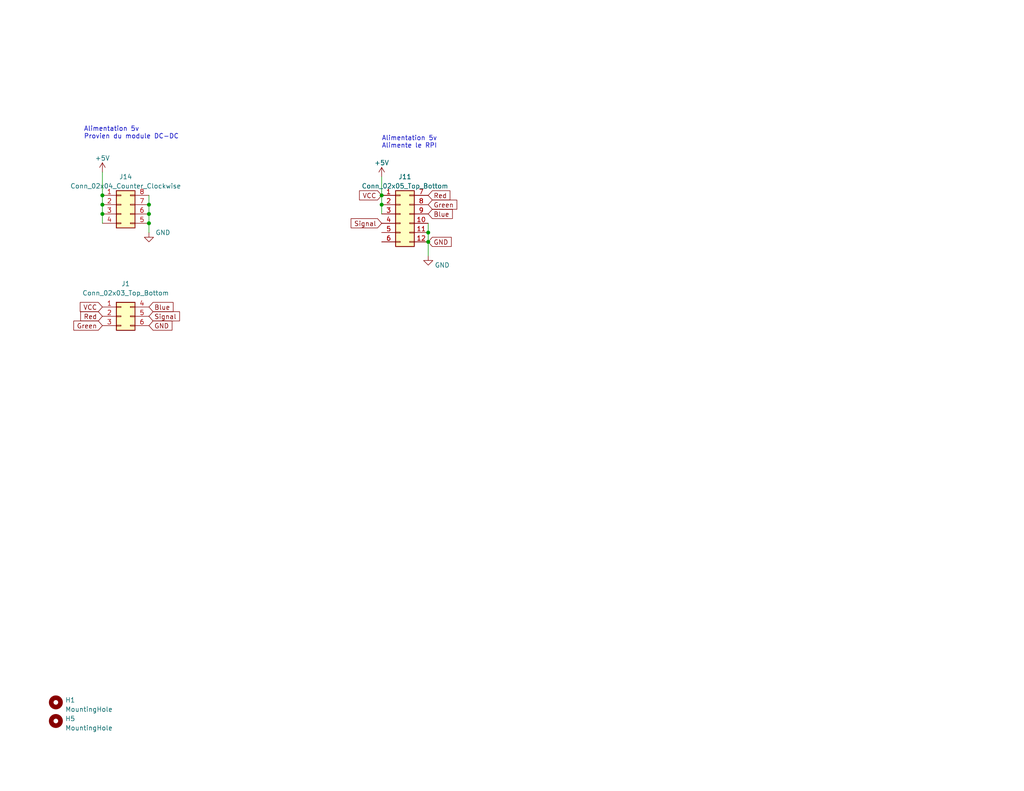
<source format=kicad_sch>
(kicad_sch (version 20231120) (generator "eeschema") (generator_version "8.0")
  (paper "USLetter")
  (title_block (title "HydroB.") (date "2023-05-18") (rev "0.3") (company "Cidco"))
  (lib_symbols
    (symbol "Connector_Generic:Conn_02x03_Top_Bottom" (pin_names (offset 1.016) hide)
      (property "Reference" "J" (at 1.27 5.08 0))
      (property "Value" "Conn_02x03_Top_Bottom" (at 1.27 -5.08 0))
      (symbol "Conn_02x03_Top_Bottom_1_1"
        (rectangle (start -1.27 -2.413) (end 0 -2.667) (stroke (width 0.1524)))
        (rectangle (start -1.27 0.127) (end 0 -0.127) (stroke (width 0.1524)))
        (rectangle (start -1.27 2.667) (end 0 2.413) (stroke (width 0.1524)))
        (rectangle (start -1.27 3.81) (end 3.81 -3.81) (stroke (width 0.254)) (fill (type background)))
        (rectangle (start 3.81 -2.413) (end 2.54 -2.667) (stroke (width 0.1524)))
        (rectangle (start 3.81 0.127) (end 2.54 -0.127) (stroke (width 0.1524)))
        (rectangle (start 3.81 2.667) (end 2.54 2.413) (stroke (width 0.1524)))
        (pin passive line (at -5.08 2.54 0) (length 3.81) (name "Pin_1") (number "1"))
        (pin passive line (at -5.08 0 0) (length 3.81) (name "Pin_2") (number "2"))
        (pin passive line (at -5.08 -2.54 0) (length 3.81) (name "Pin_3") (number "3"))
        (pin passive line (at 7.62 2.54 180) (length 3.81) (name "Pin_4") (number "4"))
        (pin passive line (at 7.62 0 180) (length 3.81) (name "Pin_5") (number "5"))
        (pin passive line (at 7.62 -2.54 180) (length 3.81) (name "Pin_6") (number "6"))
      )
    )
    (symbol "Connector_Generic:Conn_02x04_Counter_Clockwise" (pin_names (offset 1.016) hide)
      (property "Reference" "J" (at 1.27 5.08 0))
      (property "Value" "Conn_02x04_Counter_Clockwise" (at 1.27 -7.62 0))
      (symbol "Conn_02x04_Counter_Clockwise_1_1"
        (rectangle (start -1.27 -4.953) (end 0 -5.207) (stroke (width 0.1524)))
        (rectangle (start -1.27 -2.413) (end 0 -2.667) (stroke (width 0.1524)))
        (rectangle (start -1.27 0.127) (end 0 -0.127) (stroke (width 0.1524)))
        (rectangle (start -1.27 2.667) (end 0 2.413) (stroke (width 0.1524)))
        (rectangle (start -1.27 3.81) (end 3.81 -6.35) (stroke (width 0.254)) (fill (type background)))
        (rectangle (start 3.81 -4.953) (end 2.54 -5.207) (stroke (width 0.1524)))
        (rectangle (start 3.81 -2.413) (end 2.54 -2.667) (stroke (width 0.1524)))
        (rectangle (start 3.81 0.127) (end 2.54 -0.127) (stroke (width 0.1524)))
        (rectangle (start 3.81 2.667) (end 2.54 2.413) (stroke (width 0.1524)))
        (pin passive line (at -5.08 2.54 0) (length 3.81) (name "Pin_1") (number "1"))
        (pin passive line (at -5.08 0 0) (length 3.81) (name "Pin_2") (number "2"))
        (pin passive line (at -5.08 -2.54 0) (length 3.81) (name "Pin_3") (number "3"))
        (pin passive line (at -5.08 -5.08 0) (length 3.81) (name "Pin_4") (number "4"))
        (pin passive line (at 7.62 -5.08 180) (length 3.81) (name "Pin_5") (number "5"))
        (pin passive line (at 7.62 -2.54 180) (length 3.81) (name "Pin_6") (number "6"))
        (pin passive line (at 7.62 0 180) (length 3.81) (name "Pin_7") (number "7"))
        (pin passive line (at 7.62 2.54 180) (length 3.81) (name "Pin_8") (number "8"))
      )
    )
    (symbol "Connector_Generic:Conn_02x06_Top_Bottom" (pin_names (offset 1.016) hide)
      (property "Reference" "J" (at 1.27 7.62 0))
      (property "Value" "Conn_02x06_Top_Bottom" (at 1.27 -10.16 0))
      (symbol "Conn_02x06_Top_Bottom_1_1"
        (rectangle (start -1.27 -7.493) (end 0 -7.747) (stroke (width 0.1524)))
        (rectangle (start -1.27 -4.953) (end 0 -5.207) (stroke (width 0.1524)))
        (rectangle (start -1.27 -2.413) (end 0 -2.667) (stroke (width 0.1524)))
        (rectangle (start -1.27 0.127) (end 0 -0.127) (stroke (width 0.1524)))
        (rectangle (start -1.27 2.667) (end 0 2.413) (stroke (width 0.1524)))
        (rectangle (start -1.27 5.207) (end 0 4.953) (stroke (width 0.1524)))
        (rectangle (start -1.27 6.35) (end 3.81 -8.89) (stroke (width 0.254)) (fill (type background)))
        (rectangle (start 3.81 -7.493) (end 2.54 -7.747) (stroke (width 0.1524)))
        (rectangle (start 3.81 -4.953) (end 2.54 -5.207) (stroke (width 0.1524)))
        (rectangle (start 3.81 -2.413) (end 2.54 -2.667) (stroke (width 0.1524)))
        (rectangle (start 3.81 0.127) (end 2.54 -0.127) (stroke (width 0.1524)))
        (rectangle (start 3.81 2.667) (end 2.54 2.413) (stroke (width 0.1524)))
        (rectangle (start 3.81 5.207) (end 2.54 4.953) (stroke (width 0.1524)))
        (pin passive line (at -5.08 5.08 0) (length 3.81) (name "Pin_1") (number "1"))
        (pin passive line (at 7.62 -2.54 180) (length 3.81) (name "Pin_10") (number "10"))
        (pin passive line (at 7.62 -5.08 180) (length 3.81) (name "Pin_11") (number "11"))
        (pin passive line (at 7.62 -7.62 180) (length 3.81) (name "Pin_12") (number "12"))
        (pin passive line (at -5.08 2.54 0) (length 3.81) (name "Pin_2") (number "2"))
        (pin passive line (at -5.08 0 0) (length 3.81) (name "Pin_3") (number "3"))
        (pin passive line (at -5.08 -2.54 0) (length 3.81) (name "Pin_4") (number "4"))
        (pin passive line (at -5.08 -5.08 0) (length 3.81) (name "Pin_5") (number "5"))
        (pin passive line (at -5.08 -7.62 0) (length 3.81) (name "Pin_6") (number "6"))
        (pin passive line (at 7.62 5.08 180) (length 3.81) (name "Pin_7") (number "7"))
        (pin passive line (at 7.62 2.54 180) (length 3.81) (name "Pin_8") (number "8"))
        (pin passive line (at 7.62 0 180) (length 3.81) (name "Pin_9") (number "9"))
      )
    )
    (symbol "Mechanical:MountingHole" (pin_names (offset 1.016))
      (property "Reference" "H" (at 0 5.08 0))
      (property "Value" "MountingHole" (at 0 3.175 0))
      (symbol "MountingHole_0_1"
        (circle (center 0 0) (radius 1.27) (stroke (width 1.27)))
      )
    )
    (symbol "power:+5V" (power) (pin_names (offset 0))
      (property "Value" "+5V" (at 0 3.556 0))
      (symbol "+5V_0_1"
        (polyline (pts (xy -0.762 1.27) (xy 0 2.54)))
        (polyline (pts (xy 0 0) (xy 0 2.54)))
        (polyline (pts (xy 0 2.54) (xy 0.762 1.27)))
      )
      (symbol "+5V_1_1"
        (pin power_in line (at 0 0 90) (length 0) hide (name "+5V") (number "1"))
      )
    )
    (symbol "power:GND" (power) (pin_names (offset 0))
      (property "Value" "GND" (at 0 -3.81 0))
      (symbol "GND_0_1"
        (polyline (pts (xy 0 0) (xy 0 -1.27) (xy 1.27 -1.27) (xy 0 -2.54) (xy -1.27 -1.27) (xy 0 -1.27)))
      )
      (symbol "GND_1_1"
        (pin power_in line (at 0 0 270) (length 0) hide (name "GND") (number "1"))
      )
    )
  )
  (junction (at 116.84 63.5))
  (junction (at 40.64 60.96))
  (junction (at 27.94 58.42))
  (junction (at 27.94 55.88))
  (junction (at 40.64 55.88))
  (junction (at 104.14 55.88))
  (junction (at 40.64 58.42))
  (junction (at 104.14 53.34))
  (junction (at 116.84 66.04))
  (junction (at 27.94 53.34))
  (wire (pts (xy 116.84 63.5) (xy 116.84 66.04)))
  (wire (pts (xy 104.14 55.88) (xy 104.14 58.42)))
  (wire (pts (xy 27.94 58.42) (xy 27.94 60.96)))
  (wire (pts (xy 40.64 55.88) (xy 40.64 58.42)))
  (wire (pts (xy 116.84 60.96) (xy 116.84 63.5)))
  (wire (pts (xy 40.64 58.42) (xy 40.64 60.96)))
  (wire (pts (xy 116.84 66.04) (xy 116.84 69.85)))
  (wire (pts (xy 104.14 48.26) (xy 104.14 53.34)))
  (wire (pts (xy 27.94 46.99) (xy 27.94 53.34)))
  (wire (pts (xy 27.94 55.88) (xy 27.94 58.42)))
  (wire (pts (xy 27.94 53.34) (xy 27.94 55.88)))
  (wire (pts (xy 40.64 53.34) (xy 40.64 55.88)))
  (wire (pts (xy 104.14 53.34) (xy 104.14 55.88)))
  (wire (pts (xy 40.64 60.96) (xy 40.64 63.5)))
  (text "Alimentation 5v \nAlimente le RPI " (at 104.14 40.64 0) (effects (font (size 1.27 1.27)) (justify left bottom)))
  (text "Alimentation 5v\nProvien du module DC-DC" (at 22.86 38.1 0) (effects (font (size 1.27 1.27)) (justify left bottom)))
  (global_label "Red" (shape input) (at 116.84 53.34 0) (property "Intersheetrefs" "${INTERSHEET_REFS}" (effects (hide yes))))
  (global_label "Blue" (shape input) (at 116.84 58.42 0) (property "Intersheetrefs" "${INTERSHEET_REFS}" (effects (hide yes))))
  (global_label "GND" (shape input) (at 116.84 66.04 0) (property "Intersheetrefs" "${INTERSHEET_REFS}" (effects (hide yes))))
  (global_label "Signal" (shape input) (at 40.64 86.36 0) (property "Intersheetrefs" "${INTERSHEET_REFS}" (effects (hide yes))))
  (global_label "Green" (shape input) (at 27.94 88.9 180) (property "Intersheetrefs" "${INTERSHEET_REFS}" (effects (hide yes))))
  (global_label "Red" (shape input) (at 27.94 86.36 180) (property "Intersheetrefs" "${INTERSHEET_REFS}" (effects (hide yes))))
  (global_label "VCC" (shape input) (at 104.14 53.34 180) (property "Intersheetrefs" "${INTERSHEET_REFS}" (effects (hide yes))))
  (global_label "VCC" (shape input) (at 27.94 83.82 180) (property "Intersheetrefs" "${INTERSHEET_REFS}" (effects (hide yes))))
  (global_label "Green" (shape input) (at 116.84 55.88 0) (property "Intersheetrefs" "${INTERSHEET_REFS}" (effects (hide yes))))
  (global_label "Blue" (shape input) (at 40.64 83.82 0) (property "Intersheetrefs" "${INTERSHEET_REFS}" (effects (hide yes))))
  (global_label "GND" (shape input) (at 40.64 88.9 0) (property "Intersheetrefs" "${INTERSHEET_REFS}" (effects (hide yes))))
  (global_label "Signal" (shape input) (at 104.14 60.96 180) (property "Intersheetrefs" "${INTERSHEET_REFS}" (effects (hide yes))))
  (symbol (lib_id "Mechanical:MountingHole") (at 15.24 196.85 0) (unit 1)
    (property "Reference" "H5" (at 17.78 196.215 0) (effects (justify left)))
    (property "Value" "MountingHole" (at 17.78 198.755 0) (effects (justify left)))
    (property "Footprint" "MountingHole:MountingHole_2.7mm_M2.5_ISO7380_Pad" (effects (hide yes)))
  )
  (symbol (lib_id "Connector_Generic:Conn_02x04_Counter_Clockwise") (at 33.02 55.88 0) (unit 1)
    (property "Reference" "J14" (at 34.29 48.26 0))
    (property "Value" "Conn_02x04_Counter_Clockwise" (at 34.29 50.8 0))
    (property "Footprint" "Connector_PinHeader_2.54mm:PinHeader_2x04_P2.54mm_Vertical" (effects (hide yes)))
  )
  (symbol (lib_id "power:GND") (at 40.64 63.5 0) (unit 1)
    (property "Reference" "#PWR048" (effects (hide yes)))
    (property "Value" "GND" (at 44.45 63.5 0))
  )
  (symbol (lib_id "Connector_Generic:Conn_02x06_Top_Bottom") (at 109.22 58.42 0) (unit 1)
    (property "Reference" "J11" (at 110.49 48.26 0))
    (property "Value" "Conn_02x05_Top_Bottom" (at 110.49 50.8 0))
    (property "Footprint" "Connector_PinHeader_2.54mm:PinHeader_2x06_P2.54mm_Vertical" (effects (hide yes)))
  )
  (symbol (lib_id "Connector_Generic:Conn_02x03_Top_Bottom") (at 33.02 86.36 0) (unit 1)
    (property "Reference" "J1" (at 34.29 77.47 0))
    (property "Value" "Conn_02x03_Top_Bottom" (at 34.29 80.01 0))
    (property "Footprint" "Connector_IDC:IDC-Header_2x03_P2.54mm_Vertical" (effects (hide yes)))
    (property "Description" "Generic connector, double row, 02x03, top/bottom pin numbering scheme (row 1: 1...pins_per_row, row2: pins_per_row+1 ... num_pins), script generated (kicad-library-utils/schlib/autogen/connector/)" (effects (hide yes)))
  )
  (symbol (lib_id "Mechanical:MountingHole") (at 15.24 191.77 0) (unit 1)
    (property "Reference" "H1" (at 17.78 191.135 0) (effects (justify left)))
    (property "Value" "MountingHole" (at 17.78 193.675 0) (effects (justify left)))
    (property "Footprint" "MountingHole:MountingHole_2.7mm_M2.5_ISO7380_Pad" (effects (hide yes)))
  )
  (symbol (lib_id "power:GND") (at 116.84 69.85 0) (unit 1)
    (property "Reference" "#PWR018" (effects (hide yes)))
    (property "Value" "GND" (at 120.65 72.39 0))
  )
  (symbol (lib_id "power:+5V") (at 27.94 46.99 0) (mirror y) (unit 1)
    (property "Reference" "#PWR01" (effects (hide yes)))
    (property "Value" "+5V" (at 27.94 43.18 0))
  )
  (symbol (lib_id "power:+5V") (at 104.14 48.26 0) (mirror y) (unit 1)
    (property "Reference" "#PWR047" (effects (hide yes)))
    (property "Value" "+5V" (at 104.14 44.45 0))
  )
)
</source>
